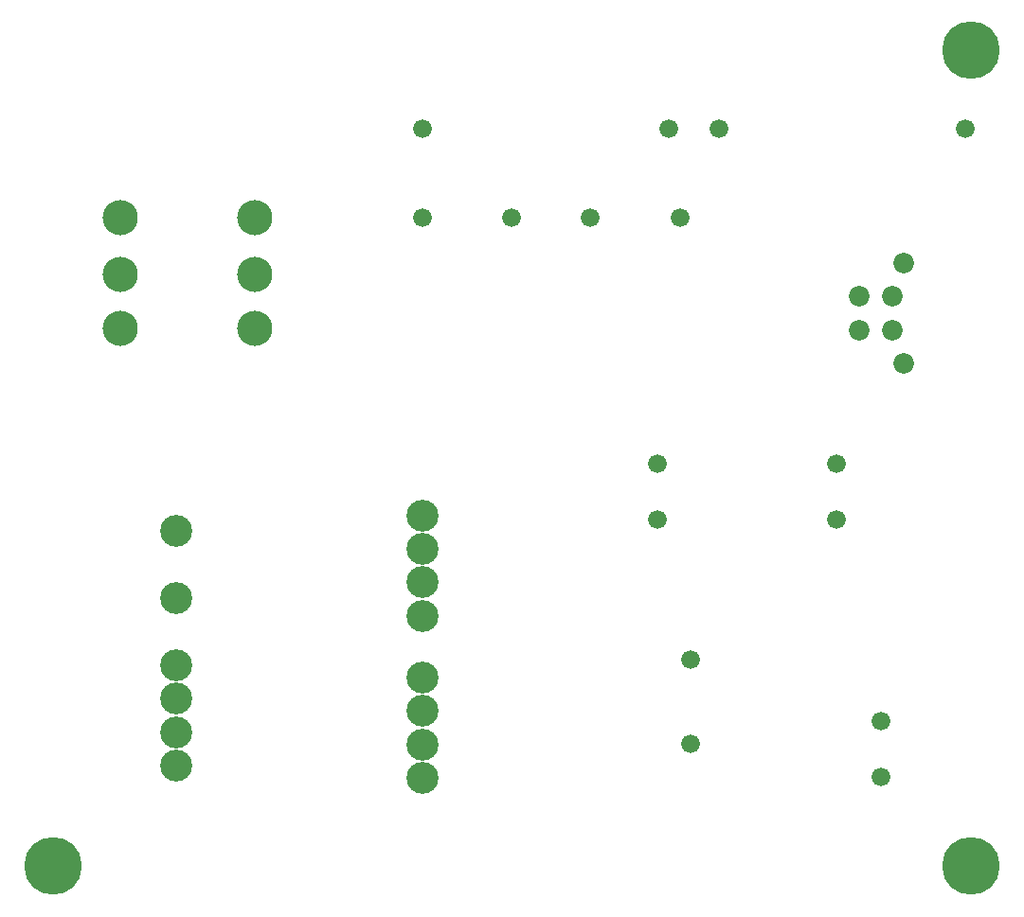
<source format=gbs>
G04*
G04 #@! TF.GenerationSoftware,Altium Limited,Altium Designer,20.0.10 (225)*
G04*
G04 Layer_Color=16711935*
%FSLAX24Y24*%
%MOIN*%
G70*
G01*
G75*
%ADD29C,0.0728*%
%ADD30C,0.0659*%
%ADD31C,0.2028*%
%ADD32C,0.1240*%
%ADD33C,0.1122*%
D29*
X62205Y32283D02*
D03*
Y35827D02*
D03*
X60630Y33465D02*
D03*
X61811D02*
D03*
X60630Y34646D02*
D03*
X61811D02*
D03*
D30*
X55709Y40551D02*
D03*
X64370D02*
D03*
X45276D02*
D03*
X53937D02*
D03*
X48425Y37402D02*
D03*
X45276D02*
D03*
X51181D02*
D03*
X54331D02*
D03*
X61417Y17717D02*
D03*
Y19685D02*
D03*
X54724Y18898D02*
D03*
Y21850D02*
D03*
X53543Y26772D02*
D03*
Y28740D02*
D03*
X59843Y26772D02*
D03*
Y28740D02*
D03*
D31*
X32283Y14567D02*
D03*
X64567D02*
D03*
Y43307D02*
D03*
D32*
X39370Y33504D02*
D03*
Y35433D02*
D03*
Y37402D02*
D03*
X34646Y33504D02*
D03*
Y35433D02*
D03*
Y37402D02*
D03*
D33*
X45276Y26929D02*
D03*
Y25748D02*
D03*
Y24567D02*
D03*
Y23386D02*
D03*
Y21220D02*
D03*
Y20039D02*
D03*
Y18858D02*
D03*
Y17677D02*
D03*
X36614Y26378D02*
D03*
Y24016D02*
D03*
Y21654D02*
D03*
Y20472D02*
D03*
Y19291D02*
D03*
Y18110D02*
D03*
M02*

</source>
